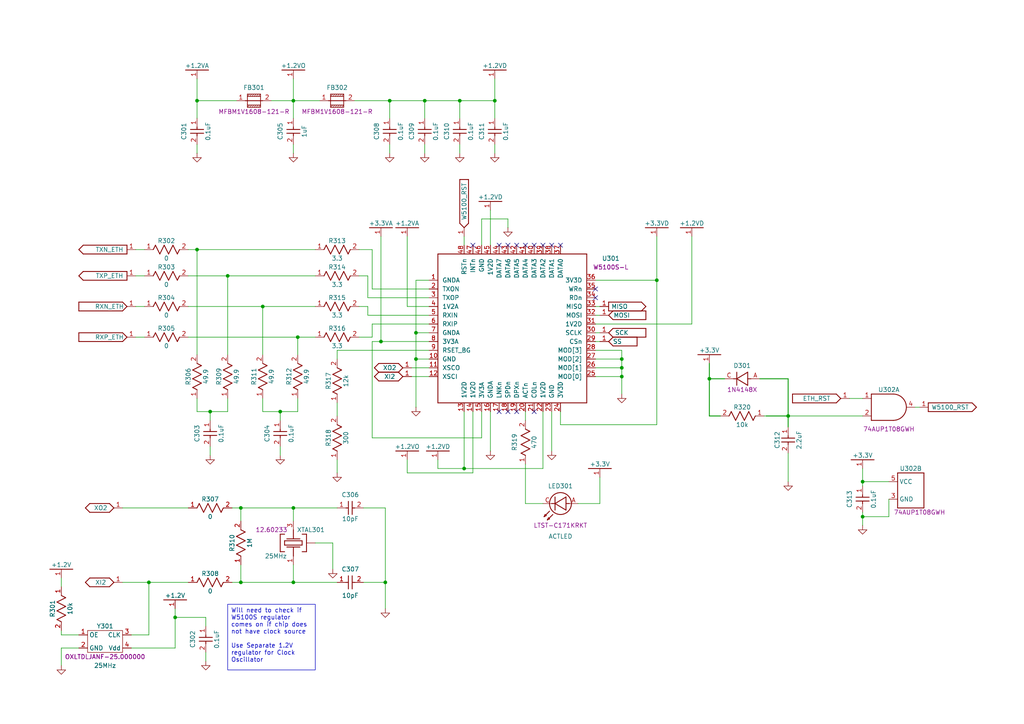
<source format=kicad_sch>
(kicad_sch (version 20231120) (generator "eeschema") (generator_version "8.0")
  (paper "A4")
  (lib_symbols
    (symbol "74AUP1T08GWH_1"
      (property "Reference" "U5" (at 0 5.08 0))
      (property "Mfg. PN" "74AUP1T08GWH" (at 0 -6.35 0))
      (symbol "74AUP1T08GWH_1_1_0"
        (pin input line (at -7.62 2.54 0) (length 2.54) (name "A") (number "1"))
        (pin input line (at -7.62 -2.54 0) (length 2.54) (name "C") (number "2"))
        (pin output line (at 7.62 0 180) (length 2.54) (name "Y") (number "4"))
      )
      (symbol "74AUP1T08GWH_1_2_0"
        (pin power_in line (at -6.35 -2.54 0) (length 2.54) (name "GND") (number "3"))
        (pin power_in line (at -6.35 2.54 0) (length 2.54) (name "VCC") (number "5"))
      )
    )
    (symbol "LED_Controller_Hardware-eagle-import:+3.3V" (power)
      (symbol "+3.3V_1_0"
        (pin power_in line (at 0 1.27 90) (length 2.54) (name "+3.3V") (number "1"))
      )
    )
    (symbol "LED_Controller_Hardware-eagle-import:+3.3VA" (power)
      (symbol "+3.3VA_1_0"
        (pin power_in line (at 0 1.27 90) (length 2.54) (name "+3.3V") (number "1"))
      )
    )
    (symbol "LED_Controller_Hardware-eagle-import:+3.3VD" (power)
      (symbol "+3.3VD_1_0"
        (pin power_in line (at 0 1.27 90) (length 2.54) (name "+3.3V") (number "1"))
      )
    )
    (symbol "LED_Controller_Hardware-eagle-import:1N4148X"
      (symbol "1N4148X_1_0"
        (pin passive line (at -5.08 0 0) (length 2.54) (name "A") (number "A"))
        (pin passive line (at 5.08 0 180) (length 2.54) (name "C") (number "C"))
      )
    )
    (symbol "LED_Controller_Hardware-eagle-import:ACTLED"
      (symbol "ACTLED_1_0"
        (pin passive line (at -5.074 0.006 0) (length 2.54) (name "A") (number "A"))
        (pin passive line (at 5.086 0.006 180) (length 2.54) (name "C") (number "C"))
      )
    )
    (symbol "LED_Controller_Hardware-eagle-import:CAP-0603"
      (symbol "CAP-0603_1_0"
        (pin passive line (at 0 3.81 270) (length 2.54) (name "1") (number "1"))
        (pin passive line (at 0 -3.81 90) (length 2.54) (name "2") (number "2"))
      )
    )
    (symbol "LED_Controller_Hardware-eagle-import:CAP_CER_10PF_50V_C0G/NP0_0603"
      (symbol "CAP_CER_10PF_50V_C0G/NP0_0603_1_0"
        (pin passive line (at 0 3.81 270) (length 2.54) (name "1") (number "1"))
        (pin passive line (at 0 -3.81 90) (length 2.54) (name "2") (number "2"))
      )
    )
    (symbol "LED_Controller_Hardware-eagle-import:ETH_EN" (power)
      (symbol "ETH_EN_1_0"
        (pin power_in line (at -2.54 0 0) (length 2.54) (name "1") (number "1"))
      )
    )
    (symbol "LED_Controller_Hardware-eagle-import:ETH_EN_169" (power)
      (symbol "ETH_EN_169_1_0"
        (pin power_in line (at -2.54 0 0) (length 2.54) (name "1") (number "1"))
      )
    )
    (symbol "LED_Controller_Hardware-eagle-import:ETH_RST_150" (power)
      (symbol "ETH_RST_150_1_0"
        (pin power_in line (at 2.54 0 180) (length 2.54) (name "1") (number "1"))
      )
    )
    (symbol "LED_Controller_Hardware-eagle-import:KX-7T"
      (property "Reference" "XTAL2" (at 3.81 -5.08 90))
      (property "Value" "25MHz" (at -3.175 4.445 90))
      (property "Mfg. PN" "12.60233" (at 6.35 6.35 90))
      (symbol "KX-7T_1_0"
        (pin passive line (at -6.35 0 0) (length 2.54) (name "1") (number "1"))
        (pin power_out line (at 0 -6.35 90) (length 2.54) (name "CASE") (number "2"))
        (pin passive line (at 6.35 0 180) (length 2.54) (name "3@1") (number "3"))
      )
    )
    (symbol "LED_Controller_Hardware-eagle-import:MISO_89" (power)
      (symbol "MISO_89_1_0"
        (pin power_in line (at -2.54 0 0) (length 2.54) (name "1") (number "1"))
      )
    )
    (symbol "LED_Controller_Hardware-eagle-import:MOSI_77" (power)
      (symbol "MOSI_77_1_0"
        (pin power_in line (at -2.54 0 0) (length 2.54) (name "1") (number "1"))
      )
    )
    (symbol "LED_Controller_Hardware-eagle-import:RES-0603"
      (symbol "RES-0603_1_0"
        (pin passive line (at -6.35 0 0) (length 2.54) (name "1") (number "1"))
        (pin passive line (at 6.35 0 180) (length 2.54) (name "2") (number "2"))
      )
    )
    (symbol "LED_Controller_Hardware-eagle-import:SCK_38" (power)
      (symbol "SCK_38_1_0"
        (pin power_in line (at -2.54 0 0) (length 2.54) (name "1") (number "1"))
      )
    )
    (symbol "LED_Controller_Hardware-eagle-import:SS_138" (power)
      (symbol "SS_138_1_0"
        (pin power_in line (at -2.54 0 0) (length 2.54) (name "1") (number "1"))
      )
    )
    (symbol "LED_Controller_Hardware-eagle-import:XI_67" (power)
      (symbol "XI_67_1_0"
        (pin power_in line (at 2.54 0 180) (length 2.54) (name "1") (number "1"))
      )
    )
    (symbol "LED_Controller_Hardware-eagle-import:XO_65" (power)
      (symbol "XO_65_1_0"
        (pin power_in line (at 2.54 0 180) (length 2.54) (name "1") (number "1"))
      )
    )
    (symbol "RG_Controllers:Wiznet_5100S" (pin_names (offset 1.27))
      (property "Reference" "U" (at 0 0 0))
      (property "Mfg. PN" "W5100S-L" (at 0 -2.54 0))
      (symbol "Wiznet_5100S_1_0"
        (pin power_in line (at -22.86 13.97 0) (length 2.54) (name "GNDA") (number "1"))
        (pin power_in line (at -22.86 -8.89 0) (length 2.54) (name "GND") (number "10"))
        (pin output line (at -22.86 -11.43 0) (length 2.54) (name "XSCO") (number "11"))
        (pin input line (at -22.86 -13.97 0) (length 2.54) (name "XSCI") (number "12"))
        (pin power_in line (at -12.7 -24.13 90) (length 2.54) (name "1V2D") (number "13"))
        (pin power_out line (at -10.16 -24.13 90) (length 2.54) (name "1V2O") (number "14"))
        (pin power_in line (at -7.62 -24.13 90) (length 2.54) (name "3V3A") (number "15"))
        (pin power_in line (at -5.08 -24.13 90) (length 2.54) (name "GNDA") (number "16"))
        (pin output line (at -2.54 -24.13 90) (length 2.54) (name "LNKn") (number "17"))
        (pin output line (at 0 -24.13 90) (length 2.54) (name "SPDn") (number "18"))
        (pin output line (at 2.54 -24.13 90) (length 2.54) (name "DPXn") (number "19"))
        (pin output line (at -22.86 11.43 0) (length 2.54) (name "TXON") (number "2"))
        (pin output line (at 5.08 -24.13 90) (length 2.54) (name "ACTn") (number "20"))
        (pin output line (at 7.62 -24.13 90) (length 2.54) (name "COLn") (number "21"))
        (pin power_in line (at 10.16 -24.13 90) (length 2.54) (name "1V2D") (number "22"))
        (pin power_in line (at 12.7 -24.13 90) (length 2.54) (name "GND") (number "23"))
        (pin power_in line (at 15.24 -24.13 90) (length 2.54) (name "3V3D") (number "24"))
        (pin input line (at 25.4 -13.97 180) (length 2.54) (name "MOD[0]") (number "25"))
        (pin input line (at 25.4 -11.43 180) (length 2.54) (name "MOD[1]") (number "26"))
        (pin input line (at 25.4 -8.89 180) (length 2.54) (name "MOD[2]") (number "27"))
        (pin input line (at 25.4 -6.35 180) (length 2.54) (name "MOD[3]") (number "28"))
        (pin input line (at 25.4 -3.81 180) (length 2.54) (name "CSn") (number "29"))
        (pin output line (at -22.86 8.89 0) (length 2.54) (name "TXOP") (number "3"))
        (pin input line (at 25.4 -1.27 180) (length 2.54) (name "SCLK") (number "30"))
        (pin power_in line (at 25.4 1.27 180) (length 2.54) (name "1V2D") (number "31"))
        (pin bidirectional line (at 25.4 3.81 180) (length 2.54) (name "MOSI") (number "32"))
        (pin bidirectional line (at 25.4 6.35 180) (length 2.54) (name "MISO") (number "33"))
        (pin input line (at 25.4 8.89 180) (length 2.54) (name "RDn") (number "34"))
        (pin input line (at 25.4 11.43 180) (length 2.54) (name "WRn") (number "35"))
        (pin power_in line (at 25.4 13.97 180) (length 2.54) (name "3V3D") (number "36"))
        (pin bidirectional line (at 15.24 24.13 270) (length 2.54) (name "DATA0") (number "37"))
        (pin bidirectional line (at 12.7 24.13 270) (length 2.54) (name "DATA1") (number "38"))
        (pin bidirectional line (at 10.16 24.13 270) (length 2.54) (name "DATA2") (number "39"))
        (pin power_in line (at -22.86 6.35 0) (length 2.54) (name "1V2A") (number "4"))
        (pin bidirectional line (at 7.62 24.13 270) (length 2.54) (name "DATA3") (number "40"))
        (pin bidirectional line (at 5.08 24.13 270) (length 2.54) (name "DATA4") (number "41"))
        (pin bidirectional line (at 2.54 24.13 270) (length 2.54) (name "DATA5") (number "42"))
        (pin bidirectional line (at 0 24.13 270) (length 2.54) (name "DATA6") (number "43"))
        (pin bidirectional line (at -2.54 24.13 270) (length 2.54) (name "DATA7") (number "44"))
        (pin power_in line (at -5.08 24.13 270) (length 2.54) (name "1V2D") (number "45"))
        (pin power_in line (at -7.62 24.13 270) (length 2.54) (name "GND") (number "46"))
        (pin output line (at -10.16 24.13 270) (length 2.54) (name "INTn") (number "47"))
        (pin power_in line (at -12.7 24.13 270) (length 2.54) (name "RSTn") (number "48"))
        (pin input line (at -22.86 3.81 0) (length 2.54) (name "RXIN") (number "5"))
        (pin input line (at -22.86 1.27 0) (length 2.54) (name "RXIP") (number "6"))
        (pin power_in line (at -22.86 -1.27 0) (length 2.54) (name "GNDA") (number "7"))
        (pin power_in line (at -22.86 -3.81 0) (length 2.54) (name "3V3A") (number "8"))
        (pin output line (at -22.86 -6.35 0) (length 2.54) (name "RSET_BG") (number "9"))
      )
    )
    (symbol "RG_Logic:74AUP1T08GWH"
      (property "Reference" "U5" (at 0 5.08 0))
      (property "Mfg. PN" "74AUP1T08GWH" (at 0 -6.35 0))
      (symbol "74AUP1T08GWH_1_0"
        (pin input line (at -7.62 2.54 0) (length 2.54) (name "A") (number "1"))
        (pin input line (at -7.62 -2.54 0) (length 2.54) (name "C") (number "2"))
        (pin output line (at 7.62 0 180) (length 2.54) (name "Y") (number "4"))
      )
      (symbol "74AUP1T08GWH_2_0"
        (pin power_in line (at -6.35 -2.54 0) (length 2.54) (name "GND") (number "3"))
        (pin power_in line (at -6.35 2.54 0) (length 2.54) (name "VCC") (number "5"))
      )
    )
    (symbol "RG_Oscillator:OXLTDLJANF"
      (property "Reference" "Y" (at 0 5.08 0))
      (property "Mfg." "Taitien" (at 0 0 0))
      (symbol "OXLTDLJANF_1_0"
        (pin input line (at -7.62 2.54 0) (length 2.54) (name "OE") (number "1"))
        (pin power_in line (at -7.62 -1.27 0) (length 2.54) (name "GND") (number "2"))
        (pin output line (at 7.62 2.54 180) (length 2.54) (name "CLK") (number "3"))
        (pin power_in line (at 7.62 -1.27 180) (length 2.54) (name "Vdd") (number "4"))
      )
    )
    (symbol "RG_resistors:Ferrite_Bead_0603"
      (property "Reference" "FB" (at 0 3.175 0))
      (symbol "Ferrite_Bead_0603_1_0"
        (pin passive line (at -5.08 0 0) (length 2.54) (name "1") (number "1"))
        (pin passive line (at 5.08 0 180) (length 2.54) (name "2") (number "2"))
      )
    )
    (symbol "RG_resistors:RES-0603"
      (property "Reference" "R" (at 0 3.81 0))
      (property "Value" "~" (at 0 -2.54 0))
      (symbol "RES-0603_1_0"
        (pin passive line (at -6.35 0 0) (length 2.54) (name "1") (number "1"))
        (pin passive line (at 6.35 0 180) (length 2.54) (name "2") (number "2"))
      )
    )
    (symbol "power:GNDS" (power) (pin_numbers hide) (pin_names (offset 0) hide)
      (property "Value" "GNDS" (at 0 -3.81 0))
      (symbol "GNDS_1_1"
        (pin power_in line (at 0 0 270) (length 0) (name "~") (number "1"))
      )
    )
  )
  (junction (at 69.85 147.32))
  (junction (at 50.8 179.07))
  (junction (at 86.36 97.79))
  (junction (at 123.19 29.21))
  (junction (at 205.74 109.855))
  (junction (at 143.51 29.21))
  (junction (at 134.62 135.89))
  (junction (at 81.28 119.38))
  (junction (at 180.34 106.68))
  (junction (at 120.65 104.14))
  (junction (at 60.96 119.38))
  (junction (at 85.09 168.91))
  (junction (at 85.09 29.21))
  (junction (at 190.5 81.28))
  (junction (at 57.15 29.21))
  (junction (at 76.2 88.9))
  (junction (at 250.19 139.7))
  (junction (at 180.34 104.14))
  (junction (at 250.19 149.86))
  (junction (at 133.35 29.21))
  (junction (at 120.65 96.52))
  (junction (at 110.49 99.06))
  (junction (at 66.04 80.01))
  (junction (at 43.18 168.91))
  (junction (at 69.85 168.91))
  (junction (at 85.09 147.32))
  (junction (at 57.15 72.39))
  (junction (at 228.6 120.65))
  (junction (at 180.34 109.22))
  (junction (at 113.03 29.21))
  (junction (at 111.76 168.91))
  (no_connect (at 172.72 86.36))
  (no_connect (at 149.86 119.38))
  (no_connect (at 157.48 71.12))
  (no_connect (at 147.32 119.38))
  (no_connect (at 154.94 119.38))
  (no_connect (at 149.86 71.12))
  (no_connect (at 147.32 71.12))
  (no_connect (at 137.16 71.12))
  (no_connect (at 152.4 71.12))
  (no_connect (at 160.02 71.12))
  (no_connect (at 144.78 71.12))
  (no_connect (at 172.72 83.82))
  (no_connect (at 154.94 71.12))
  (no_connect (at 144.78 119.38))
  (no_connect (at 162.56 71.12))
  (wire (pts (xy 96.52 157.48) (xy 96.52 165.1)))
  (wire (pts (xy 157.48 146.05) (xy 152.4 146.05)))
  (wire (pts (xy 66.04 115.57) (xy 66.04 119.38)))
  (wire (pts (xy 139.7 127) (xy 107.95 127)))
  (wire (pts (xy 54.61 72.39) (xy 57.15 72.39)))
  (wire (pts (xy 157.48 135.89) (xy 134.62 135.89)))
  (wire (pts (xy 50.8 179.07) (xy 59.69 179.07)))
  (wire (pts (xy 59.69 189.23) (xy 59.69 191.77)))
  (wire (pts (xy 69.85 168.91) (xy 85.09 168.91)))
  (wire (pts (xy 124.46 86.36) (xy 106.68 86.36)))
  (wire (pts (xy 180.34 101.6) (xy 180.34 104.14)))
  (wire (pts (xy 118.11 88.9) (xy 118.11 68.58)))
  (wire (pts (xy 200.66 93.98) (xy 200.66 68.58)))
  (wire (pts (xy 172.72 81.28) (xy 190.5 81.28)))
  (wire (pts (xy 127 133.35) (xy 127 135.89)))
  (wire (pts (xy 205.74 109.855) (xy 210.185 109.855)) (stroke (width 0.25)))
  (wire (pts (xy 124.46 83.82) (xy 107.95 83.82)))
  (wire (pts (xy 105.41 147.32) (xy 111.76 147.32)))
  (wire (pts (xy 111.76 168.91) (xy 111.76 176.53)))
  (wire (pts (xy 106.68 88.9) (xy 104.14 88.9)))
  (wire (pts (xy 250.19 149.86) (xy 257.81 149.86)))
  (wire (pts (xy 50.8 187.96) (xy 50.8 179.07)))
  (wire (pts (xy 124.46 88.9) (xy 118.11 88.9)))
  (wire (pts (xy 157.48 119.38) (xy 157.48 135.89)))
  (wire (pts (xy 17.78 187.96) (xy 17.78 193.04)))
  (wire (pts (xy 133.35 29.21) (xy 143.51 29.21)))
  (wire (pts (xy 85.09 29.21) (xy 85.09 22.86)))
  (wire (pts (xy 78.74 29.21) (xy 85.09 29.21)))
  (wire (pts (xy 119.38 106.68) (xy 124.46 106.68)))
  (wire (pts (xy 152.4 134.62) (xy 152.4 146.05)))
  (wire (pts (xy 113.03 29.21) (xy 123.19 29.21)))
  (wire (pts (xy 123.19 41.91) (xy 123.19 44.45)))
  (wire (pts (xy 172.72 106.68) (xy 180.34 106.68)))
  (wire (pts (xy 86.36 115.57) (xy 86.36 119.38)))
  (wire (pts (xy 66.04 80.01) (xy 66.04 102.87)))
  (wire (pts (xy 257.81 144.78) (xy 257.81 149.86)))
  (wire (pts (xy 147.32 63.5) (xy 147.32 66.04)))
  (wire (pts (xy 81.28 129.54) (xy 81.28 132.08)))
  (wire (pts (xy 66.04 119.38) (xy 60.96 119.38)))
  (wire (pts (xy 110.49 99.06) (xy 124.46 99.06)))
  (wire (pts (xy 228.6 131.445) (xy 228.6 139.7)))
  (wire (pts (xy 139.7 71.12) (xy 139.7 63.5)))
  (wire (pts (xy 120.65 104.14) (xy 124.46 104.14)))
  (wire (pts (xy 22.86 184.15) (xy 17.78 184.15)))
  (wire (pts (xy 86.36 119.38) (xy 81.28 119.38)))
  (wire (pts (xy 85.09 168.91) (xy 97.79 168.91)))
  (wire (pts (xy 86.36 97.79) (xy 86.36 102.87)))
  (wire (pts (xy 69.85 163.83) (xy 69.85 168.91)))
  (wire (pts (xy 106.68 86.36) (xy 106.68 80.01)))
  (wire (pts (xy 228.6 109.855) (xy 228.6 120.65)) (stroke (width 0.25)))
  (wire (pts (xy 92.71 29.21) (xy 85.09 29.21)))
  (wire (pts (xy 113.03 29.21) (xy 113.03 34.29)))
  (wire (pts (xy 137.16 137.16) (xy 137.16 119.38)))
  (wire (pts (xy 250.19 139.7) (xy 250.19 140.97)))
  (wire (pts (xy 107.95 72.39) (xy 104.14 72.39)))
  (wire (pts (xy 69.85 147.32) (xy 85.09 147.32)))
  (wire (pts (xy 39.37 72.39) (xy 41.91 72.39)))
  (wire (pts (xy 39.37 88.9) (xy 41.91 88.9)))
  (wire (pts (xy 107.95 99.06) (xy 110.49 99.06)))
  (wire (pts (xy 246.38 115.57) (xy 250.19 115.57)))
  (wire (pts (xy 85.09 41.91) (xy 85.09 44.45)))
  (wire (pts (xy 180.34 109.22) (xy 180.34 114.3)))
  (wire (pts (xy 106.68 80.01) (xy 104.14 80.01)))
  (wire (pts (xy 107.95 93.98) (xy 107.95 97.79)))
  (wire (pts (xy 208.915 120.65) (xy 205.74 120.65)) (stroke (width 0.25)))
  (wire (pts (xy 250.19 148.59) (xy 250.19 149.86)))
  (wire (pts (xy 91.44 72.39) (xy 57.15 72.39)))
  (wire (pts (xy 57.15 29.21) (xy 57.15 34.29)))
  (wire (pts (xy 139.7 119.38) (xy 139.7 127)))
  (wire (pts (xy 68.58 29.21) (xy 57.15 29.21)))
  (wire (pts (xy 172.72 91.44) (xy 173.99 91.44)))
  (wire (pts (xy 67.31 168.91) (xy 69.85 168.91)))
  (wire (pts (xy 172.72 104.14) (xy 180.34 104.14)))
  (wire (pts (xy 102.87 29.21) (xy 113.03 29.21)))
  (wire (pts (xy 91.44 97.79) (xy 86.36 97.79)))
  (wire (pts (xy 54.61 88.9) (xy 76.2 88.9)))
  (wire (pts (xy 110.49 99.06) (xy 110.49 68.58)))
  (wire (pts (xy 120.65 104.14) (xy 120.65 118.11)))
  (wire (pts (xy 205.74 105.41) (xy 205.74 109.855)) (stroke (width 0.25)))
  (wire (pts (xy 120.65 81.28) (xy 120.65 96.52)))
  (wire (pts (xy 143.51 41.91) (xy 143.51 44.45)))
  (wire (pts (xy 124.46 91.44) (xy 106.68 91.44)))
  (wire (pts (xy 172.72 109.22) (xy 180.34 109.22)))
  (wire (pts (xy 91.44 88.9) (xy 76.2 88.9)))
  (wire (pts (xy 160.02 119.38) (xy 160.02 130.81)))
  (wire (pts (xy 190.5 81.28) (xy 190.5 68.58)))
  (wire (pts (xy 222.25 120.65) (xy 228.6 120.65)) (stroke (width 0.25)))
  (wire (pts (xy 134.62 135.89) (xy 134.62 119.38)))
  (wire (pts (xy 60.96 119.38) (xy 60.96 121.92)))
  (wire (pts (xy 107.95 97.79) (xy 104.14 97.79)))
  (wire (pts (xy 173.99 146.05) (xy 167.64 146.05)))
  (wire (pts (xy 106.68 91.44) (xy 106.68 88.9)))
  (wire (pts (xy 76.2 88.9) (xy 76.2 102.87)))
  (wire (pts (xy 85.09 163.83) (xy 85.09 168.91)))
  (wire (pts (xy 97.79 101.6) (xy 124.46 101.6)))
  (wire (pts (xy 97.79 137.16) (xy 97.79 133.35)))
  (wire (pts (xy 50.8 176.53) (xy 50.8 179.07)))
  (wire (pts (xy 57.15 41.91) (xy 57.15 44.45)))
  (wire (pts (xy 54.61 97.79) (xy 86.36 97.79)))
  (wire (pts (xy 134.62 68.58) (xy 134.62 71.12)))
  (wire (pts (xy 123.19 29.21) (xy 133.35 29.21)))
  (wire (pts (xy 85.09 29.21) (xy 85.09 34.29)))
  (wire (pts (xy 97.79 120.65) (xy 97.79 116.84)))
  (wire (pts (xy 76.2 115.57) (xy 76.2 119.38)))
  (wire (pts (xy 67.31 147.32) (xy 69.85 147.32)))
  (wire (pts (xy 57.15 115.57) (xy 57.15 119.38)))
  (wire (pts (xy 228.6 120.65) (xy 250.19 120.65)))
  (wire (pts (xy 172.72 93.98) (xy 200.66 93.98)))
  (wire (pts (xy 133.35 29.21) (xy 133.35 34.29)))
  (wire (pts (xy 250.19 139.7) (xy 257.81 139.7)))
  (wire (pts (xy 105.41 168.91) (xy 111.76 168.91)))
  (wire (pts (xy 205.74 120.65) (xy 205.74 109.855)) (stroke (width 0.25)))
  (wire (pts (xy 17.78 184.15) (xy 17.78 182.88)))
  (wire (pts (xy 221.615 120.65) (xy 222.25 120.65)))
  (wire (pts (xy 35.56 168.91) (xy 43.18 168.91)))
  (wire (pts (xy 35.56 147.32) (xy 54.61 147.32)))
  (wire (pts (xy 142.24 60.96) (xy 142.24 71.12)))
  (wire (pts (xy 91.44 80.01) (xy 66.04 80.01)))
  (wire (pts (xy 60.96 129.54) (xy 60.96 132.08)))
  (wire (pts (xy 85.09 147.32) (xy 97.79 147.32)))
  (wire (pts (xy 250.19 135.89) (xy 250.19 139.7)))
  (wire (pts (xy 22.86 187.96) (xy 17.78 187.96)))
  (wire (pts (xy 172.72 101.6) (xy 180.34 101.6)))
  (wire (pts (xy 91.44 157.48) (xy 96.52 157.48)))
  (wire (pts (xy 120.65 96.52) (xy 120.65 104.14)))
  (wire (pts (xy 59.69 181.61) (xy 59.69 179.07)))
  (wire (pts (xy 38.1 184.15) (xy 43.18 184.15)))
  (wire (pts (xy 162.56 123.19) (xy 190.5 123.19)))
  (wire (pts (xy 124.46 81.28) (xy 120.65 81.28)))
  (wire (pts (xy 97.79 104.14) (xy 97.79 101.6)))
  (wire (pts (xy 172.72 88.9) (xy 173.99 88.9)))
  (wire (pts (xy 139.7 63.5) (xy 147.32 63.5)))
  (wire (pts (xy 118.11 133.35) (xy 118.11 137.16)))
  (wire (pts (xy 107.95 127) (xy 107.95 99.06)))
  (wire (pts (xy 133.35 41.91) (xy 133.35 44.45)))
  (wire (pts (xy 60.96 119.38) (xy 57.15 119.38)))
  (wire (pts (xy 265.43 118.11) (xy 266.7 118.11)))
  (wire (pts (xy 81.28 119.38) (xy 81.28 121.92)))
  (wire (pts (xy 43.18 168.91) (xy 54.61 168.91)))
  (wire (pts (xy 190.5 123.19) (xy 190.5 81.28)))
  (wire (pts (xy 142.24 119.38) (xy 142.24 130.81)))
  (wire (pts (xy 172.72 96.52) (xy 173.99 96.52)))
  (wire (pts (xy 143.51 29.21) (xy 143.51 34.29)))
  (wire (pts (xy 250.19 149.86) (xy 250.19 152.4)))
  (wire (pts (xy 39.37 80.01) (xy 41.91 80.01)))
  (wire (pts (xy 162.56 119.38) (xy 162.56 123.19)))
  (wire (pts (xy 85.09 151.13) (xy 85.09 147.32)))
  (wire (pts (xy 69.85 147.32) (xy 69.85 151.13)))
  (wire (pts (xy 173.99 138.43) (xy 173.99 146.05)))
  (wire (pts (xy 228.6 120.65) (xy 228.6 123.825)) (stroke (width 0.25)))
  (wire (pts (xy 107.95 83.82) (xy 107.95 72.39)))
  (wire (pts (xy 123.19 29.21) (xy 123.19 34.29)))
  (wire (pts (xy 57.15 72.39) (xy 57.15 102.87)))
  (wire (pts (xy 220.345 109.855) (xy 228.6 109.855)) (stroke (width 0.25)))
  (wire (pts (xy 180.34 104.14) (xy 180.34 106.68)))
  (wire (pts (xy 124.46 93.98) (xy 107.95 93.98)))
  (wire (pts (xy 38.1 187.96) (xy 50.8 187.96)))
  (wire (pts (xy 152.4 119.38) (xy 152.4 121.92)))
  (wire (pts (xy 180.34 106.68) (xy 180.34 109.22)))
  (wire (pts (xy 39.37 97.79) (xy 41.91 97.79)))
  (wire (pts (xy 118.11 137.16) (xy 137.16 137.16)))
  (wire (pts (xy 57.15 22.86) (xy 57.15 29.21)))
  (wire (pts (xy 43.18 168.91) (xy 43.18 184.15)))
  (wire (pts (xy 111.76 147.32) (xy 111.76 168.91)))
  (wire (pts (xy 127 135.89) (xy 134.62 135.89)))
  (wire (pts (xy 17.78 167.64) (xy 17.78 170.18)))
  (wire (pts (xy 119.38 109.22) (xy 124.46 109.22)))
  (wire (pts (xy 172.72 99.06) (xy 173.99 99.06)))
  (wire (pts (xy 54.61 80.01) (xy 66.04 80.01)))
  (wire (pts (xy 81.28 119.38) (xy 76.2 119.38)))
  (wire (pts (xy 113.03 41.91) (xy 113.03 44.45)))
  (wire (pts (xy 143.51 22.86) (xy 143.51 29.21)))
  (wire (pts (xy 124.46 96.52) (xy 120.65 96.52)))
  (text_box "Will need to check if W5100S regulator comes on if chip does not have clock source\n\nUse Separate 1.2V regulator for Clock Oscillator" (at 66.04 175.26 0) (size 25.4 19.05) (effects (font (size 1.27 1.27)) (justify left top)))
  (symbol (lib_id "LED_Controller_Hardware-eagle-import:SS_138") (at 176.53 99.06 0) (unit 1)
    (property "Reference" "#NetPort0324" (effects (hide yes)))
    (property "Value" "SS" (at 179.07 99.06 0))
  )
  (symbol (lib_id "LED_Controller_Hardware-eagle-import:+3.3V") (at 50.8 177.8 0) (unit 1)
    (property "Reference" "#NetPort0308" (effects (hide yes)))
    (property "Value" "+1.2V" (at 50.8 172.72 0))
  )
  (symbol (lib_id "LED_Controller_Hardware-eagle-import:ETH_EN") (at 36.83 97.79 180) (unit 1)
    (property "Reference" "#NetPort0307" (effects (hide yes)))
    (property "Value" "RXP_ETH" (at 31.75 97.79 0))
  )
  (symbol (lib_id "RG_resistors:RES-0603") (at 97.79 80.01 0) (unit 1)
    (property "Reference" "R314" (at 97.79 77.47 0))
    (property "Value" "3.3" (at 97.79 82.55 0))
    (property "Footprint" "RG_Resistors_SMD:0603" (effects (hide yes)))
    (property "Description" "RES-0603" (effects (hide yes)))
    (property "Mfg." "Stackpole Electronics Inc" (effects (hide yes)))
    (property "Mfg. PN" "RMCF0603JT3R30" (effects (hide yes)))
    (property "Distributor" "Digikey" (effects (hide yes)))
    (property "Distributor PN" "RMCF0603JT3R30TR-ND" (effects (hide yes)))
  )
  (symbol (lib_id "LED_Controller_Hardware-eagle-import:+3.3VA") (at 118.11 134.62 0) (unit 1)
    (property "Reference" "#NetPort0315" (effects (hide yes)))
    (property "Value" "+1.2VO" (at 118.11 129.54 0))
  )
  (symbol (lib_id "LED_Controller_Hardware-eagle-import:ETH_EN_169") (at 269.24 118.11 0) (unit 1)
    (property "Reference" "#NetPort0330" (effects (hide yes)))
    (property "Value" "W5100_RST" (at 275.59 118.11 0))
  )
  (symbol (lib_id "RG_resistors:RES-0603") (at 97.79 72.39 0) (unit 1)
    (property "Reference" "R313" (at 97.79 69.85 0))
    (property "Value" "3.3" (at 97.79 74.93 0))
    (property "Footprint" "RG_Resistors_SMD:0603" (effects (hide yes)))
    (property "Description" "RES-0603" (effects (hide yes)))
    (property "Mfg." "Stackpole Electronics Inc" (effects (hide yes)))
    (property "Mfg. PN" "RMCF0603JT3R30" (effects (hide yes)))
    (property "Distributor" "Digikey" (effects (hide yes)))
    (property "Distributor PN" "RMCF0603JT3R30TR-ND" (effects (hide yes)))
  )
  (symbol (lib_id "power:GNDS") (at 96.52 165.1 0) (unit 1)
    (property "Reference" "#PWR0307" (effects (hide yes)))
    (property "Value" "GNDS" (effects (hide yes)))
    (property "Description" "Power symbol creates a global label with name \"GNDS\" , signal ground" (effects (hide yes)))
  )
  (symbol (lib_id "RG_Logic:74AUP1T08GWH") (at 264.16 142.24 0) (unit 2)
    (property "Reference" "U302" (at 264.16 135.89 0))
    (property "Value" "74AUP1T08GWH" (effects (hide yes)))
    (property "Footprint" "RG_TO_SOT_SMD:SOT23-5P65" (effects (hide yes)))
    (property "Datasheet" "https://assets.nexperia.com/documents/data-sheet/74AUP1T08.pdf" (effects (hide yes)))
    (property "Mfg." "Nexperia USA Inc." (effects (hide yes)))
    (property "Mfg. PN" "74AUP1T08GWH" (at 266.7 148.59 0))
    (property "Distributor" "Digikey" (effects (hide yes)))
    (property "Distributor PN" "1727-7724-2-ND" (effects (hide yes)))
  )
  (symbol (lib_id "LED_Controller_Hardware-eagle-import:+3.3V") (at 173.99 139.7 0) (unit 1)
    (property "Reference" "#NetPort0320" (effects (hide yes)))
    (property "Value" "+3.3V" (at 173.99 134.62 0))
  )
  (symbol (lib_id "LED_Controller_Hardware-eagle-import:KX-7T") (at 85.09 157.48 90) (unit 1)
    (property "Reference" "XTAL301" (at 90.17 153.67 90))
    (property "Value" "25MHz" (at 80.01 161.29 90))
    (property "Footprint" "RG_Crystal:YANGXING_SMD_3225_4L" (effects (hide yes)))
    (property "Datasheet" "https://mm.digikey.com/Volume0/opasdata/d220001/medias/docus/4562/12.60233.pdf" (effects (hide yes)))
    (property "Mfg." "Geyer Electronic America, Inc." (effects (hide yes)))
    (property "Mfg. PN" "12.60233" (at 78.74 153.67 90))
    (property "Distributor" "Digikey" (effects (hide yes)))
    (property "Distributor PN" "4983-12.60233TR-ND" (effects (hide yes)))
  )
  (symbol (lib_id "LED_Controller_Hardware-eagle-import:XO_65") (at 116.84 106.68 0) (unit 1)
    (property "Reference" "#NetPort0312" (effects (hide yes)))
    (property "Value" "XO2" (at 113.03 106.68 0))
  )
  (symbol (lib_id "power:GNDS") (at 142.24 130.81 0) (unit 1)
    (property "Reference" "#PWR0314" (effects (hide yes)))
    (property "Value" "GNDS" (effects (hide yes)))
    (property "Description" "Power symbol creates a global label with name \"GNDS\" , signal ground" (effects (hide yes)))
  )
  (symbol (lib_id "RG_resistors:RES-0603") (at 48.26 80.01 0) (unit 1)
    (property "Reference" "R303" (at 48.26 77.47 0))
    (property "Value" "0" (at 48.26 82.55 0))
    (property "Footprint" "RG_Resistors_SMD:0603" (effects (hide yes)))
    (property "Description" "RES-0603" (effects (hide yes)))
    (property "Mfg." "Stackpole Electronics Inc" (effects (hide yes)))
    (property "Mfg. PN" "RMCF0603ZT0R00" (effects (hide yes)))
    (property "Distributor" "Digikey" (effects (hide yes)))
    (property "Distributor PN" "RMCF0603ZT0R00TR-ND" (effects (hide yes)))
  )
  (symbol (lib_id "power:GNDS") (at 97.79 137.16 0) (unit 1)
    (property "Reference" "#PWR0308" (effects (hide yes)))
    (property "Value" "GNDS" (effects (hide yes)))
    (property "Description" "Power symbol creates a global label with name \"GNDS\" , signal ground" (effects (hide yes)))
  )
  (symbol (lib_id "RG_resistors:RES-0603") (at 76.2 109.22 90) (unit 1)
    (property "Reference" "R311" (at 73.66 109.22 0))
    (property "Value" "49.9" (at 78.74 109.22 0))
    (property "Footprint" "RG_Resistors_SMD:0603" (effects (hide yes)))
    (property "Description" "RES-0603" (effects (hide yes)))
    (property "Mfg." "Stackpole Electronics Inc" (effects (hide yes)))
    (property "Mfg. PN" "RMCF0603FT49R9" (effects (hide yes)))
    (property "Distributor" "Digikey" (effects (hide yes)))
    (property "Distributor PN" "RMCF0603FT49R9TR-ND" (effects (hide yes)))
  )
  (symbol (lib_id "power:GNDS") (at 228.6 139.7 0) (unit 1)
    (property "Reference" "#PWR0319" (effects (hide yes)))
    (property "Value" "GNDS" (effects (hide yes)))
    (property "Description" "Power symbol creates a global label with name \"GNDS\" , signal ground" (effects (hide yes)))
  )
  (symbol (lib_id "power:GNDS") (at 57.15 44.45 0) (unit 1)
    (property "Reference" "#PWR0302" (effects (hide yes)))
    (property "Value" "GNDS" (effects (hide yes)))
    (property "Description" "Power symbol creates a global label with name \"GNDS\" , signal ground" (effects (hide yes)))
  )
  (symbol (lib_id "LED_Controller_Hardware-eagle-import:+3.3VA") (at 200.66 69.85 0) (unit 1)
    (property "Reference" "#NetPort0326" (effects (hide yes)))
    (property "Value" "+1.2VD" (at 200.66 64.77 0))
  )
  (symbol (lib_name "74AUP1T08GWH_1") (lib_id "RG_Logic:74AUP1T08GWH") (at 257.81 118.11 0) (unit 1)
    (property "Reference" "U302" (at 257.81 113.03 0))
    (property "Value" "74AUP1T08GWH" (effects (hide yes)))
    (property "Footprint" "RG_TO_SOT_SMD:SOT23-5P65" (effects (hide yes)))
    (property "Datasheet" "https://assets.nexperia.com/documents/data-sheet/74AUP1T08.pdf" (effects (hide yes)))
    (property "Mfg." "Nexperia USA Inc." (effects (hide yes)))
    (property "Mfg. PN" "74AUP1T08GWH" (at 257.81 124.46 0))
    (property "Distributor" "Digikey" (effects (hide yes)))
    (property "Distributor PN" "1727-7724-2-ND" (effects (hide yes)))
  )
  (symbol (lib_id "LED_Controller_Hardware-eagle-import:MOSI_77") (at 176.53 91.44 0) (unit 1)
    (property "Reference" "#NetPort0322" (effects (hide yes)))
    (property "Value" "MOSI" (at 180.34 91.44 0))
  )
  (symbol (lib_id "power:GNDS") (at 250.19 152.4 0) (unit 1)
    (property "Reference" "#PWR0320" (effects (hide yes)))
    (property "Value" "GNDS" (effects (hide yes)))
    (property "Description" "Power symbol creates a global label with name \"GNDS\" , signal ground" (effects (hide yes)))
  )
  (symbol (lib_id "LED_Controller_Hardware-eagle-import:+3.3VA") (at 57.15 24.13 0) (unit 1)
    (property "Reference" "#NetPort0309" (effects (hide yes)))
    (property "Value" "+1.2VA" (at 57.15 19.05 0))
  )
  (symbol (lib_id "RG_resistors:RES-0603") (at 48.26 88.9 0) (unit 1)
    (property "Reference" "R304" (at 48.26 86.36 0))
    (property "Value" "0" (at 48.26 91.44 0))
    (property "Footprint" "RG_Resistors_SMD:0603" (effects (hide yes)))
    (property "Description" "RES-0603" (effects (hide yes)))
    (property "Mfg." "Stackpole Electronics Inc" (effects (hide yes)))
    (property "Mfg. PN" "RMCF0603ZT0R00" (effects (hide yes)))
    (property "Distributor" "Digikey" (effects (hide yes)))
    (property "Distributor PN" "RMCF0603ZT0R00TR-ND" (effects (hide yes)))
  )
  (symbol (lib_id "LED_Controller_Hardware-eagle-import:CAP-0603") (at 123.19 38.1 0) (unit 1)
    (property "Reference" "C309" (at 119.38 38.1 90))
    (property "Value" "0.1uF" (at 126.365 38.1 90))
    (property "Footprint" "RG_Capacitors_SMD:0603" (effects (hide yes)))
    (property "Description" "CAP-0603" (effects (hide yes)))
    (property "Mfg." "Taiyo Yuden" (effects (hide yes)))
    (property "Mfg. PN" "TMK107BJ104KA-T" (effects (hide yes)))
    (property "Distributor" "Digikey" (effects (hide yes)))
    (property "Distributor PN" "587-1245-2-ND" (effects (hide yes)))
  )
  (symbol (lib_id "LED_Controller_Hardware-eagle-import:+3.3VD") (at 190.5 69.85 0) (unit 1)
    (property "Reference" "#NetPort0325" (effects (hide yes)))
    (property "Value" "+3.3VD" (at 190.5 64.77 0))
  )
  (symbol (lib_id "LED_Controller_Hardware-eagle-import:ETH_EN") (at 134.62 66.04 90) (unit 1)
    (property "Reference" "#NetPort0317" (effects (hide yes)))
    (property "Value" "W5100_RST" (at 134.62 58.42 0))
  )
  (symbol (lib_id "LED_Controller_Hardware-eagle-import:ETH_RST_150") (at 243.84 115.57 0) (unit 1)
    (property "Reference" "#NetPort0328" (effects (hide yes)))
    (property "Value" "ETH_RST" (at 236.855 115.57 0))
  )
  (symbol (lib_id "LED_Controller_Hardware-eagle-import:+3.3VA") (at 110.49 69.85 0) (unit 1)
    (property "Reference" "#NetPort0311" (effects (hide yes)))
    (property "Value" "+3.3VA" (at 110.49 64.77 0))
  )
  (symbol (lib_id "LED_Controller_Hardware-eagle-import:XI_67") (at 116.84 109.22 0) (unit 1)
    (property "Reference" "#NetPort0313" (effects (hide yes)))
    (property "Value" "XI2" (at 113.03 109.22 0))
  )
  (symbol (lib_id "power:GNDS") (at 60.96 132.08 0) (unit 1)
    (property "Reference" "#PWR0304" (effects (hide yes)))
    (property "Value" "GNDS" (effects (hide yes)))
    (property "Description" "Power symbol creates a global label with name \"GNDS\" , signal ground" (effects (hide yes)))
  )
  (symbol (lib_id "power:GNDS") (at 59.69 191.77 0) (unit 1)
    (property "Reference" "#PWR0303" (effects (hide yes)))
    (property "Value" "GNDS" (effects (hide yes)))
    (property "Description" "Power symbol creates a global label with name \"GNDS\" , signal ground" (effects (hide yes)))
  )
  (symbol (lib_id "power:GNDS") (at 120.65 118.11 0) (unit 1)
    (property "Reference" "#PWR0311" (effects (hide yes)))
    (property "Value" "GNDS" (effects (hide yes)))
    (property "Description" "Power symbol creates a global label with name \"GNDS\" , signal ground" (effects (hide yes)))
  )
  (symbol (lib_id "LED_Controller_Hardware-eagle-import:ACTLED") (at 162.566 146.044 180) (unit 1)
    (property "Reference" "LED301" (at 162.56 140.97 0))
    (property "Value" "ACTLED" (at 162.56 155.575 0))
    (property "Footprint" "RG_Diode:0805-D" (effects (hide yes)))
    (property "Datasheet" "https://optoelectronics.liteon.com/upload/download/DS22-2000-109/LTST-C171KRKT.pdf" (effects (hide yes)))
    (property "Mfg." "Lite-On Inc." (effects (hide yes)))
    (property "Mfg. PN" "LTST-C171KRKT" (at 162.56 152.4 0))
    (property "Distributor" "Digikey" (effects (hide yes)))
    (property "Distributor PN" "160-1427-2-ND" (effects (hide yes)))
  )
  (symbol (lib_id "LED_Controller_Hardware-eagle-import:CAP-0603") (at 60.96 125.73 0) (unit 1)
    (property "Reference" "C303" (at 57.15 125.73 90))
    (property "Value" "0.1uF" (at 64.135 125.73 90))
    (property "Footprint" "RG_Capacitors_SMD:0603" (effects (hide yes)))
    (property "Description" "CAP-0603" (effects (hide yes)))
    (property "Mfg." "Taiyo Yuden" (effects (hide yes)))
    (property "Mfg. PN" "TMK107BJ104KA-T" (effects (hide yes)))
    (property "Distributor" "Digikey" (effects (hide yes)))
    (property "Distributor PN" "587-1245-2-ND" (effects (hide yes)))
  )
  (symbol (lib_id "power:GNDS") (at 85.09 44.45 0) (unit 1)
    (property "Reference" "#PWR0306" (effects (hide yes)))
    (property "Value" "GNDS" (effects (hide yes)))
    (property "Description" "Power symbol creates a global label with name \"GNDS\" , signal ground" (effects (hide yes)))
  )
  (symbol (lib_id "LED_Controller_Hardware-eagle-import:+3.3V") (at 250.19 137.16 0) (unit 1)
    (property "Reference" "#NetPort0329" (effects (hide yes)))
    (property "Value" "+3.3V" (at 250.19 132.08 0))
  )
  (symbol (lib_id "LED_Controller_Hardware-eagle-import:CAP_CER_10PF_50V_C0G/NP0_0603") (at 101.6 168.91 90) (unit 1)
    (property "Reference" "C307" (at 101.6 165.1 90))
    (property "Value" "10pF" (at 101.6 172.72 90))
    (property "Footprint" "RG_Capacitors_SMD:0603" (effects (hide yes)))
    (property "Description" "CAP_CER_10PF_50V_C0G/NP0_0603" (effects (hide yes)))
    (property "Mfg." "Samsung Electro-Mechanics" (effects (hide yes)))
    (property "Mfg. PN" "CL10C100CB8NNNC" (effects (hide yes)))
    (property "Distributor" "Digikey" (effects (hide yes)))
    (property "Distributor PN" "1276-1069-2-ND" (effects (hide yes)))
  )
  (symbol (lib_id "RG_resistors:RES-0603") (at 97.79 88.9 0) (unit 1)
    (property "Reference" "R315" (at 97.79 86.36 0))
    (property "Value" "3.3" (at 97.79 91.44 0))
    (property "Footprint" "RG_Resistors_SMD:0603" (effects (hide yes)))
    (property "Description" "RES-0603" (effects (hide yes)))
    (property "Mfg." "Stackpole Electronics Inc" (effects (hide yes)))
    (property "Mfg. PN" "RMCF0603JT3R30" (effects (hide yes)))
    (property "Distributor" "Digikey" (effects (hide yes)))
    (property "Distributor PN" "RMCF0603JT3R30TR-ND" (effects (hide yes)))
  )
  (symbol (lib_id "LED_Controller_Hardware-eagle-import:1N4148X") (at 215.265 109.855 180) (unit 1)
    (property "Reference" "D301" (at 215.265 106.045 0))
    (property "Value" "1N4148X" (effects (hide yes)))
    (property "Footprint" "RG_Diode:SOD-523-D" (effects (hide yes)))
    (property "Datasheet" "https://www.mccsemi.com/pdf/Products/1N4148X(SOD-523).PDF" (effects (hide yes)))
    (property "Mfg." "Micro Commercial" (effects (hide yes)))
    (property "Mfg. PN" "1N4148X" (at 215.265 113.03 0))
    (property "Distributor" "Digikey" (effects (hide yes)))
    (property "Distributor PN" "1N4148XTPMSTR-ND" (effects (hide yes)))
  )
  (symbol (lib_id "LED_Controller_Hardware-eagle-import:XI_67") (at 33.02 168.91 0) (unit 1)
    (property "Reference" "#NetPort0303" (effects (hide yes)))
    (property "Value" "XI2" (at 29.21 168.91 0))
  )
  (symbol (lib_id "LED_Controller_Hardware-eagle-import:CAP-0603") (at 143.51 38.1 0) (unit 1)
    (property "Reference" "C311" (at 139.7 38.1 90))
    (property "Value" "0.1uF" (at 146.685 38.1 90))
    (property "Footprint" "RG_Capacitors_SMD:0603" (effects (hide yes)))
    (property "Description" "CAP-0603" (effects (hide yes)))
    (property "Mfg." "Taiyo Yuden" (effects (hide yes)))
    (property "Mfg. PN" "TMK107BJ104KA-T" (effects (hide yes)))
    (property "Distributor" "Digikey" (effects (hide yes)))
    (property "Distributor PN" "587-1245-2-ND" (effects (hide yes)))
  )
  (symbol (lib_id "power:GNDS") (at 160.02 130.81 0) (unit 1)
    (property "Reference" "#PWR0317" (effects (hide yes)))
    (property "Value" "GNDS" (effects (hide yes)))
    (property "Description" "Power symbol creates a global label with name \"GNDS\" , signal ground" (effects (hide yes)))
  )
  (symbol (lib_id "RG_resistors:Ferrite_Bead_0603") (at 97.79 29.21 0) (unit 1)
    (property "Reference" "FB302" (at 97.79 25.4 0))
    (property "Footprint" "RG_Resistors_SMD:0603" (effects (hide yes)))
    (property "Datasheet" "https://www.eaton.com/content/dam/eaton/products/electronic-components/resources/data-sheet/eaton-mfbm1v1608-high-current-multilayer-ferrite-chip-bead-data-sheet.pdf" (effects (hide yes)))
    (property "Description" "FERRITE BEAD 120 OHM 0603 1LN" (effects (hide yes)))
    (property "Mfg." "Eaton - Electronics Division" (effects (hide yes)))
    (property "Mfg. PN" "MFBM1V1608-121-R" (at 97.79 32.385 0))
    (property "Distributor" "Digikey" (effects (hide yes)))
    (property "Distributor PN" "283-MFBM1V1608-121-RTR-ND" (effects (hide yes)))
  )
  (symbol (lib_id "RG_Controllers:Wiznet_5100S") (at 147.32 95.25 0) (unit 1)
    (property "Reference" "U301" (at 177.165 74.9614 0))
    (property "Footprint" "RG_QFP:QFP48P50" (effects (hide yes)))
    (property "Datasheet" "https://docs.wiznet.io/img/products/w5100s/w5100s-ds-v128e.pdf" (effects (hide yes)))
    (property "Description" "IC ETHERNET CNTRLR SPI 48LQFP" (effects (hide yes)))
    (property "Mfg." "Wiznet" (effects (hide yes)))
    (property "Mfg. PN" "W5100S-L" (at 177.165 77.5014 0))
    (property "Distributor" "Digikey" (effects (hide yes)))
    (property "Distributor PN" "1278-W5100S-LTR-ND" (effects (hide yes)))
  )
  (symbol (lib_id "RG_resistors:RES-0603") (at 60.96 168.91 0) (unit 1)
    (property "Reference" "R308" (at 60.96 166.37 0))
    (property "Value" "0" (at 60.96 171.45 0))
    (property "Footprint" "RG_Resistors_SMD:0603" (effects (hide yes)))
    (property "Description" "RES-0603" (effects (hide yes)))
    (property "Mfg." "Stackpole Electronics Inc" (effects (hide yes)))
    (property "Mfg. PN" "RMCF0603ZT0R00" (effects (hide yes)))
    (property "Distributor" "Digikey" (effects (hide yes)))
    (property "Distributor PN" "RMCF0603ZT0R00TR-ND" (effects (hide yes)))
  )
  (symbol (lib_id "LED_Controller_Hardware-eagle-import:XO_65") (at 33.02 147.32 0) (unit 1)
    (property "Reference" "#NetPort0302" (effects (hide yes)))
    (property "Value" "XO2" (at 29.21 147.32 0))
  )
  (symbol (lib_id "LED_Controller_Hardware-eagle-import:ETH_EN_169") (at 36.83 80.01 180) (unit 1)
    (property "Reference" "#NetPort0305" (effects (hide yes)))
    (property "Value" "TXP_ETH" (at 31.75 80.01 0))
  )
  (symbol (lib_id "LED_Controller_Hardware-eagle-import:RES-0603") (at 17.78 176.53 270) (unit 1)
    (property "Reference" "R301" (at 15.24 176.53 0))
    (property "Value" "10k" (at 20.32 176.53 0))
    (property "Footprint" "RG_Resistors_SMD:0603" (effects (hide yes)))
    (property "Description" "RES-0603" (effects (hide yes)))
    (property "Mfg." "Stackpole Electronics Inc" (effects (hide yes)))
    (property "Mfg. PN" "RMCF0603FT10K0" (effects (hide yes)))
    (property "Distributor" "Digikey" (effects (hide yes)))
    (property "Distributor PN" "RMCF0603FT10K0TR-ND" (effects (hide yes)))
  )
  (symbol (lib_id "LED_Controller_Hardware-eagle-import:+3.3VA") (at 118.11 69.85 0) (unit 1)
    (property "Reference" "#NetPort0314" (effects (hide yes)))
    (property "Value" "+1.2VA" (at 118.11 64.77 0))
  )
  (symbol (lib_id "LED_Controller_Hardware-eagle-import:CAP-0603") (at 113.03 38.1 0) (unit 1)
    (property "Reference" "C308" (at 109.22 38.1 90))
    (property "Value" "0.1uF" (at 116.205 38.1 90))
    (property "Footprint" "RG_Capacitors_SMD:0603" (effects (hide yes)))
    (property "Description" "CAP-0603" (effects (hide yes)))
    (property "Mfg." "Taiyo Yuden" (effects (hide yes)))
    (property "Mfg. PN" "TMK107BJ104KA-T" (effects (hide yes)))
    (property "Distributor" "Digikey" (effects (hide yes)))
    (property "Distributor PN" "587-1245-2-ND" (effects (hide yes)))
  )
  (symbol (lib_id "RG_resistors:RES-0603") (at 86.36 109.22 90) (unit 1)
    (property "Reference" "R312" (at 83.82 109.22 0))
    (property "Value" "49.9" (at 88.9 109.22 0))
    (property "Footprint" "RG_Resistors_SMD:0603" (effects (hide yes)))
    (property "Description" "RES-0603" (effects (hide yes)))
    (property "Mfg." "Stackpole Electronics Inc" (effects (hide yes)))
    (property "Mfg. PN" "RMCF0603FT49R9" (effects (hide yes)))
    (property "Distributor" "Digikey" (effects (hide yes)))
    (property "Distributor PN" "RMCF0603FT49R9TR-ND" (effects (hide yes)))
  )
  (symbol (lib_id "RG_Oscillator:OXLTDLJANF") (at 30.48 186.69 0) (unit 1)
    (property "Reference" "Y301" (at 30.48 181.61 0))
    (property "Value" "25MHz" (at 30.48 193.04 0))
    (property "Footprint" "RG_Crystal:Crystal_SMD_4Pin_3.2x2.5mm" (effects (hide yes)))
    (property "Datasheet" "https://www.taitien.com/wp-content/uploads/2019/01/XO-0155-OX-Ultra-Low-Power.pdf" (effects (hide yes)))
    (property "Description" "XTAL OSC XO 25MHZ 1.2V CMOS SMD" (effects (hide yes)))
    (property "Mfg." "Taitien" (effects (hide yes)))
    (property "Mfg. PN" "OXLTDLJANF-25.000000" (at 30.48 190.5 0))
    (property "Distributor" "Digikey" (effects (hide yes)))
    (property "Distributor PN" "1664-OXLTDLJANF-25.000000TR-ND" (effects (hide yes)))
  )
  (symbol (lib_id "power:GNDS") (at 143.51 44.45 0) (unit 1)
    (property "Reference" "#PWR0315" (effects (hide yes)))
    (property "Value" "GNDS" (effects (hide yes)))
    (property "Description" "Power symbol creates a global label with name \"GNDS\" , signal ground" (effects (hide yes)))
  )
  (symbol (lib_id "RG_resistors:RES-0603") (at 57.15 109.22 90) (unit 1)
    (property "Reference" "R306" (at 54.61 109.22 0))
    (property "Value" "49.9" (at 59.69 109.22 0))
    (property "Footprint" "RG_Resistors_SMD:0603" (effects (hide yes)))
    (property "Description" "RES-0603" (effects (hide yes)))
    (property "Mfg." "Stackpole Electronics Inc" (effects (hide yes)))
    (property "Mfg. PN" "RMCF0603FT49R9" (effects (hide yes)))
    (property "Distributor" "Digikey" (effects (hide yes)))
    (property "Distributor PN" "RMCF0603FT49R9TR-ND" (effects (hide yes)))
  )
  (symbol (lib_id "power:GNDS") (at 113.03 44.45 0) (unit 1)
    (property "Reference" "#PWR0310" (effects (hide yes)))
    (property "Value" "GNDS" (effects (hide yes)))
    (property "Description" "Power symbol creates a global label with name \"GNDS\" , signal ground" (effects (hide yes)))
  )
  (symbol (lib_id "LED_Controller_Hardware-eagle-import:CAP-0603") (at 250.19 144.78 0) (unit 1)
    (property "Reference" "C313" (at 246.38 144.78 90))
    (property "Value" "0.1uF" (at 253.365 144.78 90))
    (property "Footprint" "RG_Capacitors_SMD:0603" (effects (hide yes)))
    (property "Description" "CAP-0603" (effects (hide yes)))
    (property "Mfg." "Taiyo Yuden" (effects (hide yes)))
    (property "Mfg. PN" "TMK107BJ104KA-T" (effects (hide yes)))
    (property "Distributor" "Digikey" (effects (hide yes)))
    (property "Distributor PN" "587-1245-2-ND" (effects (hide yes)))
  )
  (symbol (lib_id "LED_Controller_Hardware-eagle-import:CAP-0603") (at 133.35 38.1 0) (unit 1)
    (property "Reference" "C310" (at 129.54 38.1 90))
    (property "Value" "0.1uF" (at 136.525 38.1 90))
    (property "Footprint" "RG_Capacitors_SMD:0603" (effects (hide yes)))
    (property "Description" "CAP-0603" (effects (hide yes)))
    (property "Mfg." "Taiyo Yuden" (effects (hide yes)))
    (property "Mfg. PN" "TMK107BJ104KA-T" (effects (hide yes)))
    (property "Distributor" "Digikey" (effects (hide yes)))
    (property "Distributor PN" "587-1245-2-ND" (effects (hide yes)))
  )
  (symbol (lib_id "LED_Controller_Hardware-eagle-import:SCK_38") (at 176.53 96.52 0) (unit 1)
    (property "Reference" "#NetPort0323" (effects (hide yes)))
    (property "Value" "SCK" (at 180.34 96.52 0))
  )
  (symbol (lib_id "LED_Controller_Hardware-eagle-import:CAP-0603") (at 81.28 125.73 0) (unit 1)
    (property "Reference" "C304" (at 77.47 125.73 90))
    (property "Value" "0.1uF" (at 84.455 125.73 90))
    (property "Footprint" "RG_Capacitors_SMD:0603" (effects (hide yes)))
    (property "Description" "CAP-0603" (effects (hide yes)))
    (property "Mfg." "Taiyo Yuden" (effects (hide yes)))
    (property "Mfg. PN" "TMK107BJ104KA-T" (effects (hide yes)))
    (property "Distributor" "Digikey" (effects (hide yes)))
    (property "Distributor PN" "587-1245-2-ND" (effects (hide yes)))
  )
  (symbol (lib_id "power:GNDS") (at 17.78 193.04 0) (unit 1)
    (property "Reference" "#PWR0301" (effects (hide yes)))
    (property "Value" "GNDS" (effects (hide yes)))
    (property "Description" "Power symbol creates a global label with name \"GNDS\" , signal ground" (effects (hide yes)))
  )
  (symbol (lib_id "LED_Controller_Hardware-eagle-import:+3.3VA") (at 85.09 24.13 0) (unit 1)
    (property "Reference" "#NetPort0310" (effects (hide yes)))
    (property "Value" "+1.2VO" (at 85.09 19.05 0))
  )
  (symbol (lib_id "LED_Controller_Hardware-eagle-import:+3.3VA") (at 143.51 24.13 0) (unit 1)
    (property "Reference" "#NetPort0319" (effects (hide yes)))
    (property "Value" "+1.2VD" (at 143.51 19.05 0))
  )
  (symbol (lib_id "LED_Controller_Hardware-eagle-import:RES-0603") (at 69.85 157.48 90) (unit 1)
    (property "Reference" "R310" (at 67.31 157.48 0))
    (property "Value" "1M" (at 72.39 157.48 0))
    (property "Footprint" "RG_Resistors_SMD:0603" (effects (hide yes)))
    (property "Description" "RES-0603" (effects (hide yes)))
    (property "Mfg." "Stackpole Electronics Inc" (effects (hide yes)))
    (property "Mfg. PN" "RMCF0603FG1M00" (effects (hide yes)))
    (property "Distributor" "Digikey" (effects (hide yes)))
    (property "Distributor PN" "RMCF0603FG1M00TR-ND" (effects (hide yes)))
  )
  (symbol (lib_id "power:GNDS") (at 81.28 132.08 0) (unit 1)
    (property "Reference" "#PWR0305" (effects (hide yes)))
    (property "Value" "GNDS" (effects (hide yes)))
    (property "Description" "Power symbol creates a global label with name \"GNDS\" , signal ground" (effects (hide yes)))
  )
  (symbol (lib_id "LED_Controller_Hardware-eagle-import:+3.3VA") (at 142.24 62.23 0) (unit 1)
    (property "Reference" "#NetPort0318" (effects (hide yes)))
    (property "Value" "+1.2VD" (at 142.24 57.15 0))
  )
  (symbol (lib_id "LED_Controller_Hardware-eagle-import:CAP-0603") (at 85.09 38.1 0) (unit 1)
    (property "Reference" "C305" (at 81.28 38.1 90))
    (property "Value" "1uF" (at 88.265 38.1 90))
    (property "Footprint" "RG_Capacitors_SMD:0603" (effects (hide yes)))
    (property "Description" "CAP-0603" (effects (hide yes)))
    (property "Mfg." "Samsung Electro-Mechanics" (effects (hide yes)))
    (property "Mfg. PN" "CL10B105KP8NFNC" (effects (hide yes)))
    (property "Distributor" "Digikey" (effects (hide yes)))
    (property "Distributor PN" "1276-1945-2-ND" (effects (hide yes)))
  )
  (symbol (lib_id "LED_Controller_Hardware-eagle-import:CAP_CER_10PF_50V_C0G/NP0_0603") (at 101.6 147.32 90) (unit 1)
    (property "Reference" "C306" (at 101.6 143.51 90))
    (property "Value" "10pF" (at 101.6 150.495 90))
    (property "Footprint" "RG_Capacitors_SMD:0603" (effects (hide yes)))
    (property "Description" "CAP_CER_10PF_50V_C0G/NP0_0603" (effects (hide yes)))
    (property "Mfg." "Samsung Electro-Mechanics" (effects (hide yes)))
    (property "Mfg. PN" "CL10C100CB8NNNC" (effects (hide yes)))
    (property "Distributor" "Digikey" (effects (hide yes)))
    (property "Distributor PN" "1276-1069-2-ND" (effects (hide yes)))
  )
  (symbol (lib_id "LED_Controller_Hardware-eagle-import:RES-0603") (at 152.4 128.27 90) (unit 1)
    (property "Reference" "R319" (at 149.225 128.27 0))
    (property "Value" "470" (at 154.94 128.27 0))
    (property "Footprint" "RG_Resistors_SMD:0603" (effects (hide yes)))
    (property "Description" "RES-0603" (effects (hide yes)))
    (property "Mfg." "Stackpole Electronics Inc" (effects (hide yes)))
    (property "Mfg. PN" "RMCF0603FT470R" (effects (hide yes)))
    (property "Distributor" "Digikey" (effects (hide yes)))
    (property "Distributor PN" "RMCF0603FT470RTR-ND" (effects (hide yes)))
  )
  (symbol (lib_id "RG_resistors:RES-0603") (at 48.26 72.39 0) (unit 1)
    (property "Reference" "R302" (at 48.26 69.85 0))
    (property "Value" "0" (at 48.26 74.93 0))
    (property "Footprint" "RG_Resistors_SMD:0603" (effects (hide yes)))
    (property "Description" "RES-0603" (effects (hide yes)))
    (property "Mfg." "Stackpole Electronics Inc" (effects (hide yes)))
    (property "Mfg. PN" "RMCF0603ZT0R00" (effects (hide yes)))
    (property "Distributor" "Digikey" (effects (hide yes)))
    (property "Distributor PN" "RMCF0603ZT0R00TR-ND" (effects (hide yes)))
  )
  (symbol (lib_id "LED_Controller_Hardware-eagle-import:CAP-0603") (at 228.6 127.635 0) (unit 1)
    (property "Reference" "C312" (at 225.425 127.635 90))
    (property "Value" "2.2uF" (at 231.775 127.635 90))
    (property "Footprint" "RG_Capacitors_SMD:0603" (effects (hide yes)))
    (property "Description" "CAP-0603" (effects (hide yes)))
    (property "Mfg." "Samsung Electro-Mechanics" (effects (hide yes)))
    (property "Mfg. PN" "CL10A225KP8NNNC" (effects (hide yes)))
    (property "Distributor" "Digikey" (effects (hide yes)))
    (property "Distributor PN" "1276-1085-2-ND" (effects (hide yes)))
  )
  (symbol (lib_id "LED_Controller_Hardware-eagle-import:+3.3VA") (at 127 134.62 0) (unit 1)
    (property "Reference" "#NetPort0316" (effects (hide yes)))
    (property "Value" "+1.2VD" (at 127 129.54 0))
  )
  (symbol (lib_id "LED_Controller_Hardware-eagle-import:+3.3V") (at 205.74 106.68 0) (unit 1)
    (property "Reference" "#NetPort0327" (effects (hide yes)))
    (property "Value" "+3.3V" (at 205.74 101.6 0))
  )
  (symbol (lib_id "LED_Controller_Hardware-eagle-import:RES-0603") (at 215.265 120.65 180) (unit 1)
    (property "Reference" "R320" (at 215.265 118.11 0))
    (property "Value" "10k" (at 215.265 123.19 0))
    (property "Footprint" "RG_Resistors_SMD:0603" (effects (hide yes)))
    (property "Description" "RES-0603" (effects (hide yes)))
    (property "Mfg." "Stackpole Electronics Inc" (effects (hide yes)))
    (property "Mfg. PN" "RMCF0603FT10K0" (effects (hide yes)))
    (property "Distributor" "Digikey" (effects (hide yes)))
    (property "Distributor PN" "RMCF0603FT10K0TR-ND" (effects (hide yes)))
  )
  (symbol (lib_id "power:GNDS") (at 147.32 66.04 0) (unit 1)
    (property "Reference" "#PWR0316" (effects (hide yes)))
    (property "Value" "GNDS" (effects (hide yes)))
    (property "Description" "Power symbol creates a global label with name \"GNDS\" , signal ground" (effects (hide yes)))
  )
  (symbol (lib_id "LED_Controller_Hardware-eagle-import:CAP-0603") (at 57.15 38.1 0) (unit 1)
    (property "Reference" "C301" (at 53.34 38.1 90))
    (property "Value" "0.1uF" (at 60.325 38.1 90))
    (property "Footprint" "RG_Capacitors_SMD:0603" (effects (hide yes)))
    (property "Description" "CAP-0603" (effects (hide yes)))
    (property "Mfg." "Taiyo Yuden" (effects (hide yes)))
    (property "Mfg. PN" "TMK107BJ104KA-T" (effects (hide yes)))
    (property "Distributor" "Digikey" (effects (hide yes)))
    (property "Distributor PN" "587-1245-2-ND" (effects (hide yes)))
  )
  (symbol (lib_id "power:GNDS") (at 180.34 114.3 0) (unit 1)
    (property "Reference" "#PWR0318" (effects (hide yes)))
    (property "Value" "GNDS" (effects (hide yes)))
    (property "Description" "Power symbol creates a global label with name \"GNDS\" , signal ground" (effects (hide yes)))
  )
  (symbol (lib_id "RG_resistors:Ferrite_Bead_0603") (at 73.66 29.21 0) (unit 1)
    (property "Reference" "FB301" (at 73.66 25.4 0))
    (property "Footprint" "RG_Resistors_SMD:0603" (effects (hide yes)))
    (property "Datasheet" "https://www.eaton.com/content/dam/eaton/products/electronic-components/resources/data-sheet/eaton-mfbm1v1608-high-current-multilayer-ferrite-chip-bead-data-sheet.pdf" (effects (hide yes)))
    (property "Description" "FERRITE BEAD 120 OHM 0603 1LN" (effects (hide yes)))
    (property "Mfg." "Eaton - Electronics Division" (effects (hide yes)))
    (property "Mfg. PN" "MFBM1V1608-121-R" (at 73.66 32.385 0))
    (property "Distributor" "Digikey" (effects (hide yes)))
    (property "Distributor PN" "283-MFBM1V1608-121-RTR-ND" (effects (hide yes)))
  )
  (symbol (lib_id "LED_Controller_Hardware-eagle-import:ETH_EN") (at 36.83 88.9 180) (unit 1)
    (property "Reference" "#NetPort0306" (effects (hide yes)))
    (property "Value" "RXN_ETH" (at 31.75 88.9 0))
  )
  (symbol (lib_id "RG_resistors:RES-0603") (at 66.04 109.22 90) (unit 1)
    (property "Reference" "R309" (at 63.5 109.22 0))
    (property "Value" "49.9" (at 68.58 109.22 0))
    (property "Footprint" "RG_Resistors_SMD:0603" (effects (hide yes)))
    (property "Description" "RES-0603" (effects (hide yes)))
    (property "Mfg." "Stackpole Electronics Inc" (effects (hide yes)))
    (property "Mfg. PN" "RMCF0603FT49R9" (effects (hide yes)))
    (property "Distributor" "Digikey" (effects (hide yes)))
    (property "Distributor PN" "RMCF0603FT49R9TR-ND" (effects (hide yes)))
  )
  (symbol (lib_id "LED_Controller_Hardware-eagle-import:CAP-0603") (at 59.69 185.42 0) (unit 1)
    (property "Reference" "C302" (at 55.88 185.42 90))
    (property "Value" "0.1uF" (at 62.865 185.42 90))
    (property "Footprint" "RG_Capacitors_SMD:0603" (effects (hide yes)))
    (property "Description" "CAP-0603" (effects (hide yes)))
    (property "Mfg." "Taiyo Yuden" (effects (hide yes)))
    (property "Mfg. PN" "TMK107BJ104KA-T" (effects (hide yes)))
    (property "Distributor" "Digikey" (effects (hide yes)))
    (property "Distributor PN" "587-1245-2-ND" (effects (hide yes)))
  )
  (symbol (lib_id "LED_Controller_Hardware-eagle-import:ETH_EN_169") (at 36.83 72.39 180) (unit 1)
    (property "Reference" "#NetPort0304" (effects (hide yes)))
    (property "Value" "TXN_ETH" (at 31.75 72.39 0))
  )
  (symbol (lib_id "power:GNDS") (at 123.19 44.45 0) (unit 1)
    (property "Reference" "#PWR0312" (effects (hide yes)))
    (property "Value" "GNDS" (effects (hide yes)))
    (property "Description" "Power symbol creates a global label with name \"GNDS\" , signal ground" (effects (hide yes)))
  )
  (symbol (lib_id "LED_Controller_Hardware-eagle-import:+3.3V") (at 17.78 168.91 0) (unit 1)
    (property "Reference" "#NetPort0301" (effects (hide yes)))
    (property "Value" "+1.2V" (at 17.78 163.83 0))
  )
  (symbol (lib_id "RG_resistors:RES-0603") (at 97.79 110.49 90) (unit 1)
    (property "Reference" "R317" (at 95.25 110.49 0))
    (property "Value" "12k" (at 100.33 110.49 0))
    (property "Footprint" "RG_Resistors_SMD:0603" (effects (hide yes)))
    (property "Description" "RES-0603" (effects (hide yes)))
    (property "Mfg." "Stackpole Electronics Inc" (effects (hide yes)))
    (property "Mfg. PN" "RMCF0603FG12K0" (effects (hide yes)))
    (property "Distributor" "Digikey" (effects (hide yes)))
    (property "Distributor PN" "738-RMCF0603FG12K0TR-ND" (effects (hide yes)))
  )
  (symbol (lib_id "RG_resistors:RES-0603") (at 60.96 147.32 0) (unit 1)
    (property "Reference" "R307" (at 60.96 144.78 0))
    (property "Value" "0" (at 60.96 149.86 0))
    (property "Footprint" "RG_Resistors_SMD:0603" (effects (hide yes)))
    (property "Description" "RES-0603" (effects (hide yes)))
    (property "Mfg." "Stackpole Electronics Inc" (effects (hide yes)))
    (property "Mfg. PN" "RMCF0603ZT0R00" (effects (hide yes)))
    (property "Distributor" "Digikey" (effects (hide yes)))
    (property "Distributor PN" "RMCF0603ZT0R00TR-ND" (effects (hide yes)))
  )
  (symbol (lib_id "LED_Controller_Hardware-eagle-import:MISO_89") (at 176.53 88.9 0) (unit 1)
    (property "Reference" "#NetPort0321" (effects (hide yes)))
    (property "Value" "MISO" (at 179.705 88.9 0))
  )
  (symbol (lib_id "RG_resistors:RES-0603") (at 48.26 97.79 0) (unit 1)
    (property "Reference" "R305" (at 48.26 95.25 0))
    (property "Value" "0" (at 48.26 100.33 0))
    (property "Footprint" "RG_Resistors_SMD:0603" (effects (hide yes)))
    (property "Description" "RES-0603" (effects (hide yes)))
    (property "Mfg." "Stackpole Electronics Inc" (effects (hide yes)))
    (property "Mfg. PN" "RMCF0603ZT0R00" (effects (hide yes)))
    (property "Distributor" "Digikey" (effects (hide yes)))
    (property "Distributor PN" "RMCF0603ZT0R00TR-ND" (effects (hide yes)))
  )
  (symbol (lib_id "power:GNDS") (at 133.35 44.45 0) (unit 1)
    (property "Reference" "#PWR0313" (effects (hide yes)))
    (property "Value" "GNDS" (effects (hide yes)))
    (property "Description" "Power symbol creates a global label with name \"GNDS\" , signal ground" (effects (hide yes)))
  )
  (symbol (lib_id "power:GNDS") (at 111.76 176.53 0) (unit 1)
    (property "Reference" "#PWR0309" (effects (hide yes)))
    (property "Value" "GNDS" (effects (hide yes)))
    (property "Description" "Power symbol creates a global label with name \"GNDS\" , signal ground" (effects (hide yes)))
  )
  (symbol (lib_id "RG_resistors:RES-0603") (at 97.79 97.79 0) (unit 1)
    (property "Reference" "R316" (at 97.79 95.25 0))
    (property "Value" "3.3" (at 97.79 100.33 0))
    (property "Footprint" "RG_Resistors_SMD:0603" (effects (hide yes)))
    (property "Description" "RES-0603" (effects (hide yes)))
    (property "Mfg." "Stackpole Electronics Inc" (effects (hide yes)))
    (property "Mfg. PN" "RMCF0603JT3R30" (effects (hide yes)))
    (property "Distributor" "Digikey" (effects (hide yes)))
    (property "Distributor PN" "RMCF0603JT3R30TR-ND" (effects (hide yes)))
  )
  (symbol (lib_id "RG_resistors:RES-0603") (at 97.79 127 90) (unit 1)
    (property "Reference" "R318" (at 95.25 127 0))
    (property "Value" "300" (at 100.33 127 0))
    (property "Footprint" "RG_Resistors_SMD:0603" (effects (hide yes)))
    (property "Description" "RES-0603" (effects (hide yes)))
    (property "Mfg." "Stackpole Electronics Inc" (effects (hide yes)))
    (property "Mfg. PN" "RMCF0603FT300R" (effects (hide yes)))
    (property "Distributor" "Digikey" (effects (hide yes)))
    (property "Distributor PN" "RMCF0603FT300RTR-ND" (effects (hide yes)))
  )
)
</source>
